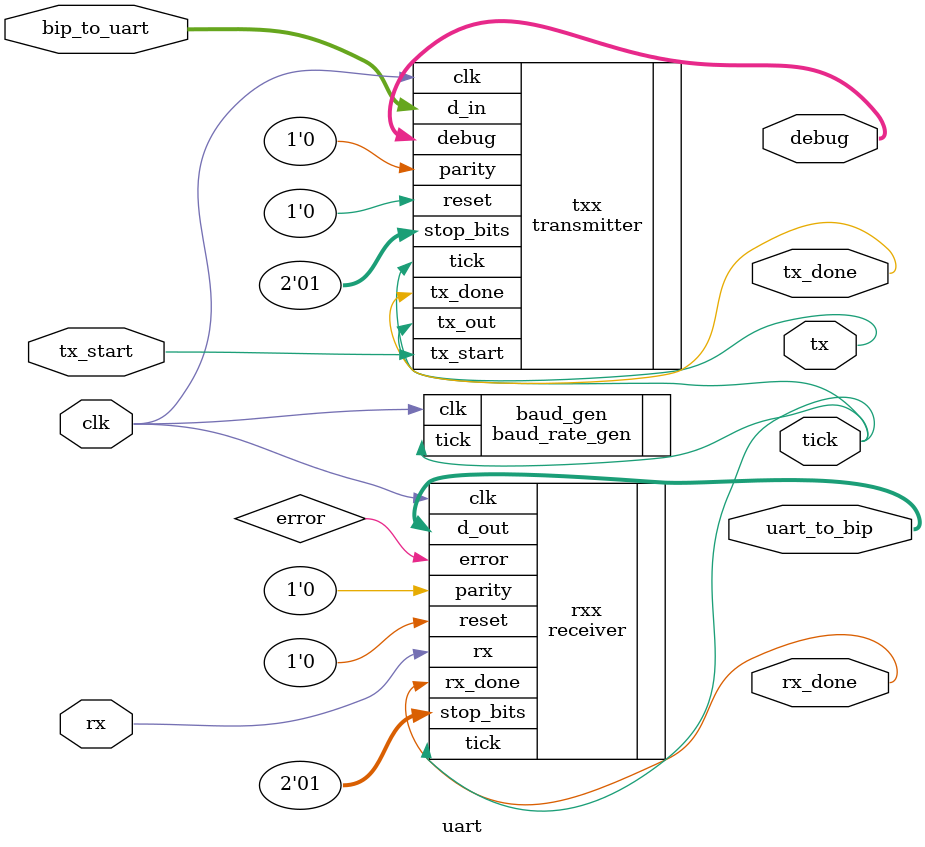
<source format=v>
`timescale 1ns / 1ps
module uart(
	input clk,
	input rx,
	input tx_start,
	input [7:0]bip_to_uart,
	output [7:0]uart_to_bip,
	output tx,
	output rx_done,
	output tx_done,
	output tick,
	output [5:0]debug
    );
	
//wire tick;
parameter parity 		= 1'b0;
parameter stop_bits 	= 2'b01;
parameter reset 		= 1'b0;
wire error;

	 
transmitter txx(
	 .reset(reset),
    .tx_start(tx_start),
    .clk(clk),
    .tick(tick),
    .parity(parity),
	 .stop_bits(stop_bits),
    .d_in(bip_to_uart),
    .tx_done(tx_done),
    .tx_out(tx),
	 .debug(debug)
    );

baud_rate_gen baud_gen(
    .clk(clk),
    .tick(tick)
);

receiver rxx(
	 .reset(reset),
	 .rx(rx),
    .clk(clk),
    .tick(tick),
    .parity(parity),
	 .stop_bits(stop_bits),
    .d_out(uart_to_bip),
    .rx_done(rx_done),
	 .error(error)
    );

endmodule

</source>
